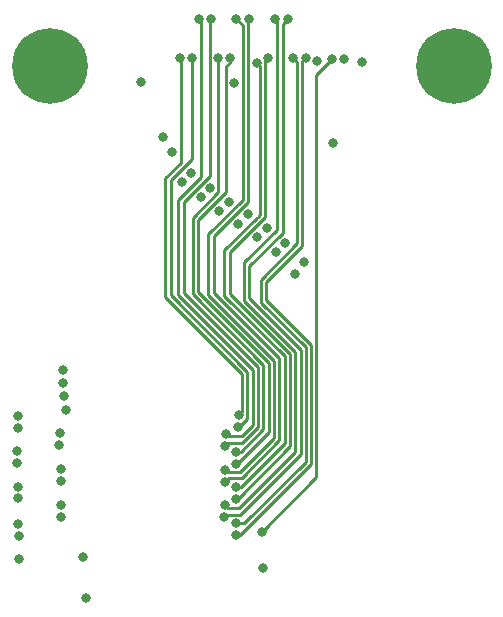
<source format=gbr>
%TF.GenerationSoftware,KiCad,Pcbnew,7.0.1*%
%TF.CreationDate,2023-08-08T21:16:00-04:00*%
%TF.ProjectId,syzygy-txr-to-std,73797a79-6779-42d7-9478-722d746f2d73,rev?*%
%TF.SameCoordinates,Original*%
%TF.FileFunction,Copper,L3,Inr*%
%TF.FilePolarity,Positive*%
%FSLAX46Y46*%
G04 Gerber Fmt 4.6, Leading zero omitted, Abs format (unit mm)*
G04 Created by KiCad (PCBNEW 7.0.1) date 2023-08-08 21:16:00*
%MOMM*%
%LPD*%
G01*
G04 APERTURE LIST*
%TA.AperFunction,ComponentPad*%
%ADD10C,6.400000*%
%TD*%
%TA.AperFunction,ViaPad*%
%ADD11C,0.800000*%
%TD*%
%TA.AperFunction,Conductor*%
%ADD12C,0.250000*%
%TD*%
G04 APERTURE END LIST*
D10*
%TO.N,unconnected-(H2-Pad1)*%
%TO.C,H2*%
X137871201Y-68401399D03*
%TD*%
%TO.N,unconnected-(H1-Pad1)*%
%TO.C,H1*%
X172059601Y-68401399D03*
%TD*%
D11*
%TO.N,/SCL*%
X138988800Y-95199200D03*
X147421601Y-74371200D03*
%TO.N,/SDA*%
X139039600Y-96316800D03*
X148221601Y-75641200D03*
%TO.N,/5*%
X149047200Y-78181200D03*
X135149655Y-98023500D03*
%TO.N,/6*%
X153873200Y-97942400D03*
X148911297Y-67716400D03*
%TO.N,/7*%
X135159553Y-99022954D03*
X149821601Y-77419200D03*
%TO.N,/8*%
X149910800Y-67716400D03*
X153845722Y-98951005D03*
%TO.N,/9*%
X138734800Y-99472500D03*
X150639697Y-79468897D03*
%TO.N,/10*%
X150537069Y-64415033D03*
X152806400Y-99568000D03*
%TO.N,/11*%
X138684000Y-100482400D03*
X151421601Y-78740000D03*
%TO.N,/12*%
X152744053Y-100565556D03*
X151536400Y-64396511D03*
%TO.N,/13*%
X135128000Y-100990400D03*
X152196800Y-80670400D03*
%TO.N,/14*%
X152146000Y-67716400D03*
X153644391Y-101038478D03*
%TO.N,/15*%
X135135290Y-101989876D03*
X153021601Y-79857600D03*
%TO.N,/16*%
X153647035Y-102037977D03*
X153145467Y-67708025D03*
%TO.N,/17*%
X153824951Y-81740550D03*
X138836400Y-102530897D03*
%TO.N,/18*%
X153670000Y-64396511D03*
X152704800Y-102565200D03*
%TO.N,/19*%
X138836400Y-103530400D03*
X154656751Y-80908750D03*
%TO.N,/20*%
X152709761Y-103564690D03*
X154736800Y-64414400D03*
%TO.N,/21*%
X155427098Y-82860297D03*
X135178800Y-103987600D03*
%TO.N,/22*%
X153670000Y-103987600D03*
X155397200Y-68122800D03*
%TO.N,/23*%
X135178800Y-104987103D03*
X156233498Y-82053897D03*
%TO.N,/24*%
X156362400Y-67716400D03*
X153619200Y-105003600D03*
%TO.N,/25*%
X157021601Y-84124800D03*
X138785600Y-105562400D03*
%TO.N,/26*%
X156921200Y-64414400D03*
X152704800Y-105537300D03*
%TO.N,/27*%
X157821601Y-83362800D03*
X138785600Y-106561903D03*
%TO.N,/28*%
X152653595Y-106535490D03*
X158038800Y-64396511D03*
%TO.N,/29*%
X158597600Y-86004400D03*
X135189719Y-107154493D03*
%TO.N,/30*%
X153670000Y-107086400D03*
X158496000Y-67716400D03*
%TO.N,/31*%
X159410400Y-84988400D03*
X135229600Y-108153200D03*
%TO.N,/32*%
X159537400Y-67691000D03*
X153669247Y-108085902D03*
%TO.N,/37*%
X161848800Y-74930000D03*
X135255000Y-110159800D03*
%TO.N,/38*%
X155854400Y-107797600D03*
X161763697Y-67818000D03*
%TO.N,/3V3*%
X155956000Y-110845600D03*
X162763200Y-67818000D03*
%TO.N,GND*%
X160508584Y-67927234D03*
X140919200Y-113385600D03*
X139261085Y-97540985D03*
X153480100Y-69799200D03*
X138988800Y-94081600D03*
X145592800Y-69748400D03*
X140665200Y-109931200D03*
X164338000Y-68021200D03*
%TD*%
D12*
%TO.N,/6*%
X148911297Y-67716400D02*
X148946601Y-67751704D01*
X147630998Y-77876400D02*
X147630998Y-87938206D01*
X154129158Y-97686442D02*
X153873200Y-97942400D01*
X154129158Y-94436366D02*
X154129158Y-97686442D01*
X147630998Y-87938206D02*
X154129158Y-94436366D01*
X148946601Y-76560797D02*
X147630998Y-77876400D01*
X148946601Y-67751704D02*
X148946601Y-76560797D01*
%TO.N,/8*%
X154598200Y-94269012D02*
X148096794Y-87767606D01*
X148096794Y-78047000D02*
X149910800Y-76232994D01*
X148096794Y-87767606D02*
X148096794Y-78047000D01*
X149910800Y-76232994D02*
X149910800Y-67716400D01*
X153889900Y-98951005D02*
X154598200Y-98242705D01*
X154598200Y-98242705D02*
X154598200Y-94269012D01*
X153845722Y-98951005D02*
X153889900Y-98951005D01*
%TO.N,/10*%
X152914405Y-99676005D02*
X152806400Y-99568000D01*
X150537069Y-64415033D02*
X150635800Y-64513764D01*
X148749600Y-79698000D02*
X148749600Y-87784016D01*
X155048200Y-94082616D02*
X155048200Y-98773832D01*
X155048200Y-98773832D02*
X154146027Y-99676005D01*
X154146027Y-99676005D02*
X152914405Y-99676005D01*
X148749600Y-87784016D02*
X155048200Y-94082616D01*
X150635800Y-77811800D02*
X148749600Y-79698000D01*
X150635800Y-64513764D02*
X150635800Y-77811800D01*
%TO.N,/12*%
X149199600Y-87579200D02*
X155498200Y-93877800D01*
X152996131Y-100313478D02*
X152744053Y-100565556D01*
X151536400Y-64396511D02*
X151421000Y-64511911D01*
X155498200Y-98960228D02*
X154144950Y-100313478D01*
X149199600Y-79884396D02*
X149199600Y-87579200D01*
X151421000Y-64511911D02*
X151421000Y-77662996D01*
X151421000Y-77662996D02*
X149199600Y-79884396D01*
X155498200Y-93877800D02*
X155498200Y-98960228D01*
X154144950Y-100313478D02*
X152996131Y-100313478D01*
X151536400Y-64396511D02*
X151347000Y-64585911D01*
%TO.N,/14*%
X155948200Y-99146624D02*
X154056346Y-101038478D01*
X152146601Y-79040305D02*
X149970196Y-81216710D01*
X152146000Y-67716400D02*
X152146601Y-67717001D01*
X152146601Y-67717001D02*
X152146601Y-79040305D01*
X149970196Y-81216710D02*
X149970196Y-87713400D01*
X155948200Y-93691404D02*
X155948200Y-99146624D01*
X149970196Y-87713400D02*
X155948200Y-93691404D01*
X154056346Y-101038478D02*
X153644391Y-101038478D01*
%TO.N,/16*%
X152755600Y-79067702D02*
X150420196Y-81403106D01*
X156398200Y-93505008D02*
X156398200Y-99333020D01*
X153145467Y-68037733D02*
X152755600Y-68427600D01*
X156398200Y-99333020D02*
X153693243Y-102037977D01*
X152755600Y-68427600D02*
X152755600Y-79067702D01*
X153145467Y-67708025D02*
X153145467Y-68037733D01*
X150420196Y-81403106D02*
X150420196Y-87527004D01*
X150420196Y-87527004D02*
X156398200Y-93505008D01*
X153693243Y-102037977D02*
X153647035Y-102037977D01*
%TO.N,/18*%
X152902577Y-102762977D02*
X152704800Y-102565200D01*
X151271794Y-82632712D02*
X151271794Y-87742206D01*
X151271794Y-87742206D02*
X156848200Y-93318612D01*
X156848200Y-99895000D02*
X153980223Y-102762977D01*
X154205100Y-64931611D02*
X154205100Y-79699406D01*
X153670000Y-64396511D02*
X154205100Y-64931611D01*
X156848200Y-93318612D02*
X156848200Y-99895000D01*
X153980223Y-102762977D02*
X152902577Y-102762977D01*
X154205100Y-79699406D02*
X151271794Y-82632712D01*
%TO.N,/20*%
X151742392Y-82798510D02*
X151742392Y-87576408D01*
X157298200Y-100081396D02*
X154116996Y-103262600D01*
X157298200Y-93132216D02*
X157298200Y-100081396D01*
X154655100Y-79885802D02*
X151742392Y-82798510D01*
X154655100Y-64496100D02*
X154655100Y-79885802D01*
X154116996Y-103262600D02*
X153011851Y-103262600D01*
X151742392Y-87576408D02*
X157298200Y-93132216D01*
X154736800Y-64414400D02*
X154655100Y-64496100D01*
X153011851Y-103262600D02*
X152709761Y-103564690D01*
%TO.N,/22*%
X157748200Y-92945820D02*
X157748200Y-100267792D01*
X157748200Y-100267792D02*
X154028392Y-103987600D01*
X155651200Y-68376800D02*
X155651200Y-80975200D01*
X154028392Y-103987600D02*
X153670000Y-103987600D01*
X152644790Y-83981610D02*
X152644790Y-87842410D01*
X155397200Y-68122800D02*
X155651200Y-68376800D01*
X152644790Y-87842410D02*
X157748200Y-92945820D01*
X155651200Y-80975200D02*
X155473400Y-81153000D01*
X155397200Y-81229200D02*
X152644790Y-83981610D01*
%TO.N,/24*%
X156362400Y-67716400D02*
X156362400Y-67947751D01*
X158198200Y-92759424D02*
X158198200Y-100577000D01*
X156122200Y-67956600D02*
X156122200Y-81140596D01*
X153771600Y-105003600D02*
X153619200Y-105003600D01*
X153111200Y-84151596D02*
X153111200Y-87672424D01*
X158198200Y-100577000D02*
X153771600Y-105003600D01*
X153111200Y-87672424D02*
X158198200Y-92759424D01*
X156362400Y-67716400D02*
X156122200Y-67956600D01*
X156122200Y-81140596D02*
X153111200Y-84151596D01*
%TO.N,/26*%
X154324300Y-88249128D02*
X158648200Y-92573028D01*
X154324300Y-84988400D02*
X154324300Y-88249128D01*
X156921200Y-64414400D02*
X157087400Y-64580600D01*
X158648200Y-92573028D02*
X158648200Y-101028265D01*
X152977990Y-105810490D02*
X152704800Y-105537300D01*
X157087400Y-82225300D02*
X154324300Y-84988400D01*
X158648200Y-101028265D02*
X153865975Y-105810490D01*
X157087400Y-64580600D02*
X157087400Y-82225300D01*
X153865975Y-105810490D02*
X152977990Y-105810490D01*
%TO.N,/28*%
X154774300Y-88062732D02*
X154774300Y-85344000D01*
X157581600Y-64853711D02*
X157581600Y-82536700D01*
X159098200Y-101251800D02*
X159098200Y-92386632D01*
X159098200Y-92386632D02*
X154774300Y-88062732D01*
X154774300Y-85344000D02*
X157524150Y-82594150D01*
X157581600Y-82536700D02*
X157524150Y-82594150D01*
X158038800Y-64396511D02*
X157581600Y-64853711D01*
X153988600Y-106361400D02*
X159098200Y-101251800D01*
X152653595Y-106535490D02*
X152827685Y-106361400D01*
X152827685Y-106361400D02*
X153988600Y-106361400D01*
%TO.N,/30*%
X159548200Y-92200236D02*
X159548200Y-101868600D01*
X154330400Y-107086400D02*
X153670000Y-107086400D01*
X155752800Y-86456906D02*
X155752800Y-88404836D01*
X158808000Y-68028400D02*
X158808000Y-83401706D01*
X155752800Y-88404836D02*
X159548200Y-92200236D01*
X158808000Y-83401706D02*
X155752800Y-86456906D01*
X159548200Y-101868600D02*
X154330400Y-107086400D01*
X158496000Y-67716400D02*
X158808000Y-68028400D01*
%TO.N,/32*%
X159998200Y-92013840D02*
X156210000Y-88225640D01*
X153669247Y-108085902D02*
X153967294Y-108085902D01*
X156210000Y-88225640D02*
X156210000Y-86636102D01*
X153967294Y-108085902D02*
X159998200Y-102054996D01*
X159998200Y-102054996D02*
X159998200Y-92013840D01*
X159258000Y-67970400D02*
X159537400Y-67691000D01*
X159258000Y-83588102D02*
X159258000Y-67970400D01*
X156210000Y-86636102D02*
X159258000Y-83588102D01*
%TO.N,/38*%
X160448200Y-69133497D02*
X161763697Y-67818000D01*
X160448200Y-103203800D02*
X160448200Y-69133497D01*
X155854400Y-107797600D02*
X160448200Y-103203800D01*
%TD*%
M02*

</source>
